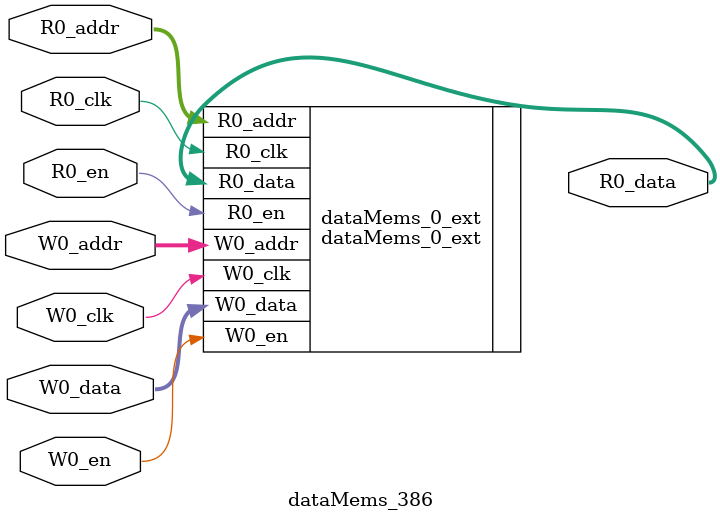
<source format=sv>
`ifndef RANDOMIZE
  `ifdef RANDOMIZE_REG_INIT
    `define RANDOMIZE
  `endif // RANDOMIZE_REG_INIT
`endif // not def RANDOMIZE
`ifndef RANDOMIZE
  `ifdef RANDOMIZE_MEM_INIT
    `define RANDOMIZE
  `endif // RANDOMIZE_MEM_INIT
`endif // not def RANDOMIZE

`ifndef RANDOM
  `define RANDOM $random
`endif // not def RANDOM

// Users can define 'PRINTF_COND' to add an extra gate to prints.
`ifndef PRINTF_COND_
  `ifdef PRINTF_COND
    `define PRINTF_COND_ (`PRINTF_COND)
  `else  // PRINTF_COND
    `define PRINTF_COND_ 1
  `endif // PRINTF_COND
`endif // not def PRINTF_COND_

// Users can define 'ASSERT_VERBOSE_COND' to add an extra gate to assert error printing.
`ifndef ASSERT_VERBOSE_COND_
  `ifdef ASSERT_VERBOSE_COND
    `define ASSERT_VERBOSE_COND_ (`ASSERT_VERBOSE_COND)
  `else  // ASSERT_VERBOSE_COND
    `define ASSERT_VERBOSE_COND_ 1
  `endif // ASSERT_VERBOSE_COND
`endif // not def ASSERT_VERBOSE_COND_

// Users can define 'STOP_COND' to add an extra gate to stop conditions.
`ifndef STOP_COND_
  `ifdef STOP_COND
    `define STOP_COND_ (`STOP_COND)
  `else  // STOP_COND
    `define STOP_COND_ 1
  `endif // STOP_COND
`endif // not def STOP_COND_

// Users can define INIT_RANDOM as general code that gets injected into the
// initializer block for modules with registers.
`ifndef INIT_RANDOM
  `define INIT_RANDOM
`endif // not def INIT_RANDOM

// If using random initialization, you can also define RANDOMIZE_DELAY to
// customize the delay used, otherwise 0.002 is used.
`ifndef RANDOMIZE_DELAY
  `define RANDOMIZE_DELAY 0.002
`endif // not def RANDOMIZE_DELAY

// Define INIT_RANDOM_PROLOG_ for use in our modules below.
`ifndef INIT_RANDOM_PROLOG_
  `ifdef RANDOMIZE
    `ifdef VERILATOR
      `define INIT_RANDOM_PROLOG_ `INIT_RANDOM
    `else  // VERILATOR
      `define INIT_RANDOM_PROLOG_ `INIT_RANDOM #`RANDOMIZE_DELAY begin end
    `endif // VERILATOR
  `else  // RANDOMIZE
    `define INIT_RANDOM_PROLOG_
  `endif // RANDOMIZE
`endif // not def INIT_RANDOM_PROLOG_

// Include register initializers in init blocks unless synthesis is set
`ifndef SYNTHESIS
  `ifndef ENABLE_INITIAL_REG_
    `define ENABLE_INITIAL_REG_
  `endif // not def ENABLE_INITIAL_REG_
`endif // not def SYNTHESIS

// Include rmemory initializers in init blocks unless synthesis is set
`ifndef SYNTHESIS
  `ifndef ENABLE_INITIAL_MEM_
    `define ENABLE_INITIAL_MEM_
  `endif // not def ENABLE_INITIAL_MEM_
`endif // not def SYNTHESIS

module dataMems_386(	// @[generators/ara/src/main/scala/UnsafeAXI4ToTL.scala:365:62]
  input  [4:0]  R0_addr,
  input         R0_en,
  input         R0_clk,
  output [66:0] R0_data,
  input  [4:0]  W0_addr,
  input         W0_en,
  input         W0_clk,
  input  [66:0] W0_data
);

  dataMems_0_ext dataMems_0_ext (	// @[generators/ara/src/main/scala/UnsafeAXI4ToTL.scala:365:62]
    .R0_addr (R0_addr),
    .R0_en   (R0_en),
    .R0_clk  (R0_clk),
    .R0_data (R0_data),
    .W0_addr (W0_addr),
    .W0_en   (W0_en),
    .W0_clk  (W0_clk),
    .W0_data (W0_data)
  );
endmodule


</source>
